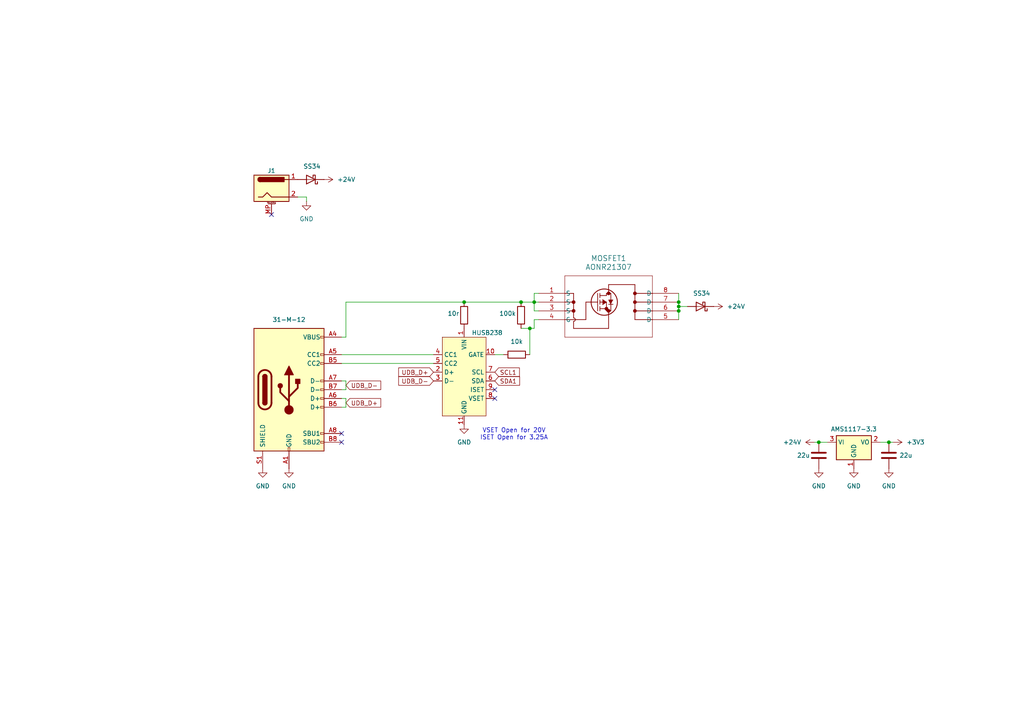
<source format=kicad_sch>
(kicad_sch (version 20231120) (generator "eeschema") (generator_version "8.0")
  (paper "A4")
  (lib_symbols
    (symbol "2024-03-28_00-32-34:AONR21307" (pin_names (offset 0.254))
      (property "Reference" "MOSFET" (at 20.32 10.16 0))
      (property "Value" "AONR21307" (at 20.32 7.62 0))
      (symbol "AONR21307_0_1"
        (polyline (pts (xy 7.62 -12.7) (xy 33.02 -12.7)) (stroke (width 0.127)))
        (polyline (pts (xy 7.62 -7.62) (xy 13.716 -7.62)) (stroke (width 0.2032)))
        (polyline (pts (xy 7.62 5.08) (xy 7.62 -12.7)) (stroke (width 0.127)))
        (polyline (pts (xy 10.16 -10.16) (xy 10.16 -8.128)) (stroke (width 0.2032)))
        (polyline (pts (xy 10.16 -7.112) (xy 10.16 0)) (stroke (width 0.2032)))
        (polyline (pts (xy 10.16 -5.08) (xy 7.62 -5.08)) (stroke (width 0.2032)))
        (polyline (pts (xy 10.16 -2.54) (xy 7.62 -2.54)) (stroke (width 0.2032)))
        (polyline (pts (xy 10.16 0) (xy 7.62 0)) (stroke (width 0.2032)))
        (polyline (pts (xy 13.716 -7.62) (xy 13.716 -2.54)) (stroke (width 0.2032)))
        (polyline (pts (xy 13.716 -2.54) (xy 17.145 -2.54)) (stroke (width 0.2032)))
        (polyline (pts (xy 17.145 -5.08) (xy 17.145 0)) (stroke (width 0.2032)))
        (polyline (pts (xy 17.78 -5.08) (xy 17.78 -3.81)) (stroke (width 0.2032)))
        (polyline (pts (xy 17.78 -4.445) (xy 19.685 -4.445)) (stroke (width 0.2032)))
        (polyline (pts (xy 17.78 -3.175) (xy 17.78 -1.905)) (stroke (width 0.2032)))
        (polyline (pts (xy 17.78 -2.54) (xy 19.685 -2.54)) (stroke (width 0.2032)))
        (polyline (pts (xy 17.78 -1.27) (xy 17.78 0)) (stroke (width 0.2032)))
        (polyline (pts (xy 17.78 -0.635) (xy 19.685 -0.635)) (stroke (width 0.2032)))
        (polyline (pts (xy 19.685 -5.08) (xy 19.685 -2.54)) (stroke (width 0.2032)))
        (polyline (pts (xy 19.685 -5.08) (xy 20.955 -5.08)) (stroke (width 0.2032)))
        (polyline (pts (xy 19.685 -0.635) (xy 19.685 0)) (stroke (width 0.2032)))
        (polyline (pts (xy 19.685 0) (xy 20.955 0)) (stroke (width 0.2032)))
        (polyline (pts (xy 20.32 -10.16) (xy 10.16 -10.16)) (stroke (width 0.2032)))
        (polyline (pts (xy 20.32 -10.16) (xy 20.32 -5.08)) (stroke (width 0.2032)))
        (polyline (pts (xy 20.32 0) (xy 20.32 2.54)) (stroke (width 0.2032)))
        (polyline (pts (xy 20.955 -5.08) (xy 20.955 -3.175)) (stroke (width 0.2032)))
        (polyline (pts (xy 20.955 -1.905) (xy 20.955 0)) (stroke (width 0.2032)))
        (polyline (pts (xy 21.59 -3.175) (xy 20.32 -3.175)) (stroke (width 0.2032)))
        (polyline (pts (xy 27.94 -7.62) (xy 27.94 2.54)) (stroke (width 0.2032)))
        (polyline (pts (xy 27.94 -7.62) (xy 33.02 -7.62)) (stroke (width 0.2032)))
        (polyline (pts (xy 27.94 -5.08) (xy 33.02 -5.08)) (stroke (width 0.2032)))
        (polyline (pts (xy 27.94 -2.54) (xy 33.02 -2.54)) (stroke (width 0.2032)))
        (polyline (pts (xy 27.94 0) (xy 33.02 0)) (stroke (width 0.2032)))
        (polyline (pts (xy 27.94 2.54) (xy 20.32 2.54)) (stroke (width 0.2032)))
        (polyline (pts (xy 33.02 -12.7) (xy 33.02 5.08)) (stroke (width 0.127)))
        (polyline (pts (xy 33.02 5.08) (xy 7.62 5.08)) (stroke (width 0.127)))
        (polyline (pts (xy 18.542 -1.778) (xy 19.685 -2.54) (xy 18.542 -3.302)) (fill (type outline)))
        (polyline (pts (xy 21.59 -1.905) (xy 20.32 -1.905) (xy 20.955 -3.175)) (fill (type outline)))
        (arc (start 10.16 -8.128) (mid 10.6657 -7.62) (end 10.16 -7.112) (stroke (width 0.2032)))
        (circle (center 10.16 -5.08) (radius 0.0254) (stroke (width 0.508)))
        (circle (center 10.16 -2.54) (radius 0.0254) (stroke (width 0.508)))
        (circle (center 19.05 -2.54) (radius 3.81) (stroke (width 0.254)))
        (circle (center 19.685 -4.445) (radius 0.0254) (stroke (width 0.508)))
        (circle (center 20.32 -5.08) (radius 0.0254) (stroke (width 0.508)))
        (circle (center 20.32 0) (radius 0.0254) (stroke (width 0.508)))
        (circle (center 27.94 -5.08) (radius 0.0254) (stroke (width 0.508)))
        (circle (center 27.94 -2.54) (radius 0.0254) (stroke (width 0.508)))
        (circle (center 27.94 0) (radius 0.0254) (stroke (width 0.508)))
        (pin unspecified line (at 0 0 0) (length 7.62) (name "S") (number "1"))
        (pin unspecified line (at 0 -2.54 0) (length 7.62) (name "S") (number "2"))
        (pin unspecified line (at 0 -5.08 0) (length 7.62) (name "S") (number "3"))
        (pin unspecified line (at 0 -7.62 0) (length 7.62) (name "G") (number "4"))
        (pin unspecified line (at 40.64 -7.62 180) (length 7.62) (name "D") (number "5"))
        (pin unspecified line (at 40.64 -5.08 180) (length 7.62) (name "D") (number "6"))
        (pin unspecified line (at 40.64 -2.54 180) (length 7.62) (name "D") (number "7"))
        (pin unspecified line (at 40.64 0 180) (length 7.62) (name "D") (number "8"))
      )
    )
    (symbol "Connector:Barrel_Jack_MountingPin" (pin_names hide)
      (property "Reference" "J" (at 0 5.334 0))
      (property "Value" "Barrel_Jack_MountingPin" (at 1.27 -6.35 0))
      (symbol "Barrel_Jack_MountingPin_0_1"
        (rectangle (start -5.08 3.81) (end 5.08 -3.81) (stroke (width 0.254)) (fill (type background)))
        (arc (start -3.302 3.175) (mid -3.9343 2.54) (end -3.302 1.905) (stroke (width 0.254)))
        (arc (start -3.302 3.175) (mid -3.9343 2.54) (end -3.302 1.905) (stroke (width 0.254)) (fill (type outline)))
        (polyline (pts (xy 5.08 2.54) (xy 3.81 2.54)) (stroke (width 0.254)))
        (polyline (pts (xy -3.81 -2.54) (xy -2.54 -2.54) (xy -1.27 -1.27) (xy 0 -2.54) (xy 2.54 -2.54) (xy 5.08 -2.54)) (stroke (width 0.254)))
        (rectangle (start 3.683 3.175) (end -3.302 1.905) (stroke (width 0.254)) (fill (type outline)))
      )
      (symbol "Barrel_Jack_MountingPin_1_1"
        (polyline (pts (xy -1.016 -4.572) (xy 1.016 -4.572)) (stroke (width 0.1524)))
        (text "Mounting" (at 0 -4.191 0) (effects (font (size 0.381 0.381))))
        (pin passive line (at 7.62 2.54 180) (length 2.54) (name "~") (number "1"))
        (pin passive line (at 7.62 -2.54 180) (length 2.54) (name "~") (number "2"))
        (pin passive line (at 0 -7.62 90) (length 3.048) (name "MountPin") (number "MP"))
      )
    )
    (symbol "Connector:USB_C_Receptacle_USB2.0_16P" (pin_names (offset 1.016))
      (property "Reference" "J" (at 0 22.225 0))
      (property "Value" "USB_C_Receptacle_USB2.0_16P" (at 0 19.685 0))
      (symbol "USB_C_Receptacle_USB2.0_16P_0_0"
        (rectangle (start -0.254 -17.78) (end 0.254 -16.764))
        (rectangle (start 10.16 -14.986) (end 9.144 -15.494))
        (rectangle (start 10.16 -12.446) (end 9.144 -12.954))
        (rectangle (start 10.16 -4.826) (end 9.144 -5.334))
        (rectangle (start 10.16 -2.286) (end 9.144 -2.794))
        (rectangle (start 10.16 0.254) (end 9.144 -0.254))
        (rectangle (start 10.16 2.794) (end 9.144 2.286))
        (rectangle (start 10.16 7.874) (end 9.144 7.366))
        (rectangle (start 10.16 10.414) (end 9.144 9.906))
        (rectangle (start 10.16 15.494) (end 9.144 14.986))
      )
      (symbol "USB_C_Receptacle_USB2.0_16P_0_1"
        (rectangle (start -10.16 17.78) (end 10.16 -17.78) (stroke (width 0.254)) (fill (type background)))
        (arc (start -8.89 -3.81) (mid -6.985 -5.7067) (end -5.08 -3.81) (stroke (width 0.508)))
        (arc (start -7.62 -3.81) (mid -6.985 -4.4423) (end -6.35 -3.81) (stroke (width 0.254)))
        (arc (start -7.62 -3.81) (mid -6.985 -4.4423) (end -6.35 -3.81) (stroke (width 0.254)) (fill (type outline)))
        (rectangle (start -7.62 -3.81) (end -6.35 3.81) (stroke (width 0.254)) (fill (type outline)))
        (arc (start -6.35 3.81) (mid -6.985 4.4423) (end -7.62 3.81) (stroke (width 0.254)))
        (arc (start -6.35 3.81) (mid -6.985 4.4423) (end -7.62 3.81) (stroke (width 0.254)) (fill (type outline)))
        (arc (start -5.08 3.81) (mid -6.985 5.7067) (end -8.89 3.81) (stroke (width 0.508)))
        (circle (center -2.54 1.143) (radius 0.635) (stroke (width 0.254)) (fill (type outline)))
        (circle (center 0 -5.842) (radius 1.27) (fill (type outline)))
        (polyline (pts (xy -8.89 -3.81) (xy -8.89 3.81)) (stroke (width 0.508)))
        (polyline (pts (xy -5.08 3.81) (xy -5.08 -3.81)) (stroke (width 0.508)))
        (polyline (pts (xy 0 -5.842) (xy 0 4.318)) (stroke (width 0.508)))
        (polyline (pts (xy 0 -3.302) (xy -2.54 -0.762) (xy -2.54 0.508)) (stroke (width 0.508)))
        (polyline (pts (xy 0 -2.032) (xy 2.54 0.508) (xy 2.54 1.778)) (stroke (width 0.508)))
        (polyline (pts (xy -1.27 4.318) (xy 0 6.858) (xy 1.27 4.318) (xy -1.27 4.318)) (stroke (width 0.254)) (fill (type outline)))
        (rectangle (start 1.905 1.778) (end 3.175 3.048) (stroke (width 0.254)) (fill (type outline)))
      )
      (symbol "USB_C_Receptacle_USB2.0_16P_1_1"
        (pin passive line (at 0 -22.86 90) (length 5.08) (name "GND") (number "A1"))
        (pin passive line (at 0 -22.86 90) (length 5.08) hide (name "GND") (number "A12"))
        (pin passive line (at 15.24 15.24 180) (length 5.08) (name "VBUS") (number "A4"))
        (pin bidirectional line (at 15.24 10.16 180) (length 5.08) (name "CC1") (number "A5"))
        (pin bidirectional line (at 15.24 -2.54 180) (length 5.08) (name "D+") (number "A6"))
        (pin bidirectional line (at 15.24 2.54 180) (length 5.08) (name "D-") (number "A7"))
        (pin bidirectional line (at 15.24 -12.7 180) (length 5.08) (name "SBU1") (number "A8"))
        (pin passive line (at 15.24 15.24 180) (length 5.08) hide (name "VBUS") (number "A9"))
        (pin passive line (at 0 -22.86 90) (length 5.08) hide (name "GND") (number "B1"))
        (pin passive line (at 0 -22.86 90) (length 5.08) hide (name "GND") (number "B12"))
        (pin passive line (at 15.24 15.24 180) (length 5.08) hide (name "VBUS") (number "B4"))
        (pin bidirectional line (at 15.24 7.62 180) (length 5.08) (name "CC2") (number "B5"))
        (pin bidirectional line (at 15.24 -5.08 180) (length 5.08) (name "D+") (number "B6"))
        (pin bidirectional line (at 15.24 0 180) (length 5.08) (name "D-") (number "B7"))
        (pin bidirectional line (at 15.24 -15.24 180) (length 5.08) (name "SBU2") (number "B8"))
        (pin passive line (at 15.24 15.24 180) (length 5.08) hide (name "VBUS") (number "B9"))
        (pin passive line (at -7.62 -22.86 90) (length 5.08) (name "SHIELD") (number "S1"))
      )
    )
    (symbol "Device:C" (pin_numbers hide) (pin_names (offset 0.254))
      (property "Reference" "C" (at 0.635 2.54 0))
      (property "Value" "C" (at 0.635 -2.54 0))
      (symbol "C_0_1"
        (polyline (pts (xy -2.032 -0.762) (xy 2.032 -0.762)) (stroke (width 0.508)))
        (polyline (pts (xy -2.032 0.762) (xy 2.032 0.762)) (stroke (width 0.508)))
      )
      (symbol "C_1_1"
        (pin passive line (at 0 3.81 270) (length 2.794) (name "~") (number "1"))
        (pin passive line (at 0 -3.81 90) (length 2.794) (name "~") (number "2"))
      )
    )
    (symbol "Device:D_Schottky" (pin_numbers hide) (pin_names (offset 1.016) hide)
      (property "Reference" "D" (at 0 2.54 0))
      (property "Value" "D_Schottky" (at 0 -2.54 0))
      (symbol "D_Schottky_0_1"
        (polyline (pts (xy 1.27 0) (xy -1.27 0)))
        (polyline (pts (xy 1.27 1.27) (xy 1.27 -1.27) (xy -1.27 0) (xy 1.27 1.27)) (stroke (width 0.254)))
        (polyline (pts (xy -1.905 0.635) (xy -1.905 1.27) (xy -1.27 1.27) (xy -1.27 -1.27) (xy -0.635 -1.27) (xy -0.635 -0.635)) (stroke (width 0.254)))
      )
      (symbol "D_Schottky_1_1"
        (pin passive line (at -3.81 0 0) (length 2.54) (name "K") (number "1"))
        (pin passive line (at 3.81 0 180) (length 2.54) (name "A") (number "2"))
      )
    )
    (symbol "Device:R" (pin_numbers hide) (pin_names (offset 0))
      (property "Reference" "R" (at 2.032 0 90))
      (property "Value" "R" (at 0 0 90))
      (symbol "R_0_1"
        (rectangle (start -1.016 -2.54) (end 1.016 2.54) (stroke (width 0.254)))
      )
      (symbol "R_1_1"
        (pin passive line (at 0 3.81 270) (length 1.27) (name "~") (number "1"))
        (pin passive line (at 0 -3.81 90) (length 1.27) (name "~") (number "2"))
      )
    )
    (symbol "Regulator_Linear:AMS1117-3.3"
      (property "Reference" "U" (at -3.81 3.175 0))
      (property "Value" "AMS1117-3.3" (at 0 3.175 0))
      (symbol "AMS1117-3.3_0_1"
        (rectangle (start -5.08 -5.08) (end 5.08 1.905) (stroke (width 0.254)) (fill (type background)))
      )
      (symbol "AMS1117-3.3_1_1"
        (pin power_in line (at 0 -7.62 90) (length 2.54) (name "GND") (number "1"))
        (pin power_out line (at 7.62 0 180) (length 2.54) (name "VO") (number "2"))
        (pin power_in line (at -7.62 0 0) (length 2.54) (name "VI") (number "3"))
      )
    )
    (symbol "USB_Controller:HUSB238"
      (property "Reference" "U" (at 3.81 10.16 0))
      (symbol "HUSB238_1_1"
        (rectangle (start -6.35 8.89) (end 6.35 -13.97) (fill (type background)))
        (pin input line (at 0 11.43 270) (length 2.54) (name "VIN") (number "1"))
        (pin input line (at 8.89 3.81 180) (length 2.54) (name "GATE") (number "10"))
        (pin input line (at 0 -16.51 90) (length 2.54) (name "GND") (number "11"))
        (pin input line (at -8.89 -1.27 0) (length 2.54) (name "D+") (number "2"))
        (pin input line (at -8.89 -3.81 0) (length 2.54) (name "D-") (number "3"))
        (pin input line (at -8.89 3.81 0) (length 2.54) (name "CC1") (number "4"))
        (pin input line (at -8.89 1.27 0) (length 2.54) (name "CC2") (number "5"))
        (pin input line (at 8.89 -3.81 180) (length 2.54) (name "SDA") (number "6"))
        (pin input line (at 8.89 -1.27 180) (length 2.54) (name "SCL") (number "7"))
        (pin input line (at 8.89 -8.89 180) (length 2.54) (name "VSET") (number "8"))
        (pin input line (at 8.89 -6.35 180) (length 2.54) (name "ISET") (number "9"))
      )
    )
    (symbol "power:+24V" (power) (pin_numbers hide) (pin_names (offset 0) hide)
      (property "Value" "+24V" (at 0 3.556 0))
      (symbol "+24V_0_1"
        (polyline (pts (xy -0.762 1.27) (xy 0 2.54)))
        (polyline (pts (xy 0 0) (xy 0 2.54)))
        (polyline (pts (xy 0 2.54) (xy 0.762 1.27)))
      )
      (symbol "+24V_1_1"
        (pin power_in line (at 0 0 90) (length 0) (name "~") (number "1"))
      )
    )
    (symbol "power:+3V3" (power) (pin_numbers hide) (pin_names (offset 0) hide)
      (property "Value" "+3V3" (at 0 3.556 0))
      (symbol "+3V3_0_1"
        (polyline (pts (xy -0.762 1.27) (xy 0 2.54)))
        (polyline (pts (xy 0 0) (xy 0 2.54)))
        (polyline (pts (xy 0 2.54) (xy 0.762 1.27)))
      )
      (symbol "+3V3_1_1"
        (pin power_in line (at 0 0 90) (length 0) (name "~") (number "1"))
      )
    )
    (symbol "power:GND" (power) (pin_numbers hide) (pin_names (offset 0) hide)
      (property "Value" "GND" (at 0 -3.81 0))
      (symbol "GND_0_1"
        (polyline (pts (xy 0 0) (xy 0 -1.27) (xy 1.27 -1.27) (xy 0 -2.54) (xy -1.27 -1.27) (xy 0 -1.27)))
      )
      (symbol "GND_1_1"
        (pin power_in line (at 0 0 270) (length 0) (name "~") (number "1"))
      )
    )
  )
  (junction (at 237.49 128.27))
  (junction (at 196.85 87.63))
  (junction (at 153.67 95.25))
  (junction (at 154.94 87.63))
  (junction (at 151.13 87.63))
  (junction (at 134.62 87.63))
  (junction (at 257.81 128.27))
  (junction (at 196.85 90.17))
  (junction (at 196.85 88.9))
  (no_connect (at 143.51 115.57))
  (no_connect (at 99.06 125.73))
  (no_connect (at 143.51 113.03))
  (no_connect (at 78.74 62.23))
  (no_connect (at 99.06 128.27))
  (wire (pts (xy 151.13 95.25) (xy 153.67 95.25)))
  (wire (pts (xy 88.9 57.15) (xy 88.9 58.42)))
  (wire (pts (xy 154.94 95.25) (xy 154.94 92.71)))
  (wire (pts (xy 143.51 102.87) (xy 146.05 102.87)))
  (wire (pts (xy 153.67 102.87) (xy 153.67 95.25)))
  (wire (pts (xy 156.21 87.63) (xy 154.94 87.63)))
  (wire (pts (xy 100.33 110.49) (xy 100.33 113.03)))
  (wire (pts (xy 100.33 87.63) (xy 100.33 97.79)))
  (wire (pts (xy 151.13 87.63) (xy 154.94 87.63)))
  (wire (pts (xy 196.85 88.9) (xy 199.39 88.9)))
  (wire (pts (xy 196.85 88.9) (xy 196.85 90.17)))
  (wire (pts (xy 156.21 85.09) (xy 154.94 85.09)))
  (wire (pts (xy 99.06 110.49) (xy 100.33 110.49)))
  (wire (pts (xy 154.94 92.71) (xy 156.21 92.71)))
  (wire (pts (xy 154.94 90.17) (xy 156.21 90.17)))
  (wire (pts (xy 99.06 118.11) (xy 100.33 118.11)))
  (wire (pts (xy 257.81 128.27) (xy 259.08 128.27)))
  (wire (pts (xy 154.94 87.63) (xy 154.94 90.17)))
  (wire (pts (xy 99.06 97.79) (xy 100.33 97.79)))
  (wire (pts (xy 99.06 102.87) (xy 125.73 102.87)))
  (wire (pts (xy 196.85 85.09) (xy 196.85 87.63)))
  (wire (pts (xy 134.62 87.63) (xy 151.13 87.63)))
  (wire (pts (xy 196.85 90.17) (xy 196.85 92.71)))
  (wire (pts (xy 99.06 115.57) (xy 100.33 115.57)))
  (wire (pts (xy 134.62 87.63) (xy 100.33 87.63)))
  (wire (pts (xy 86.36 57.15) (xy 88.9 57.15)))
  (wire (pts (xy 100.33 115.57) (xy 100.33 118.11)))
  (wire (pts (xy 255.27 128.27) (xy 257.81 128.27)))
  (wire (pts (xy 154.94 85.09) (xy 154.94 87.63)))
  (wire (pts (xy 237.49 128.27) (xy 240.03 128.27)))
  (wire (pts (xy 196.85 87.63) (xy 196.85 88.9)))
  (wire (pts (xy 99.06 105.41) (xy 125.73 105.41)))
  (wire (pts (xy 99.06 113.03) (xy 100.33 113.03)))
  (wire (pts (xy 236.22 128.27) (xy 237.49 128.27)))
  (wire (pts (xy 153.67 95.25) (xy 154.94 95.25)))
  (text "VSET Open for 20V\nISET Open for 3.25A" (at 149.098 125.984 0) (effects (font (size 1.27 1.27))))
  (global_label "SDA1" (shape input) (at 143.51 110.49 0) (property "Intersheetrefs" "${INTERSHEET_REFS}" (effects (hide yes))))
  (global_label "UDB_D-" (shape input) (at 100.33 111.76 0) (property "Intersheetrefs" "${INTERSHEET_REFS}" (effects (hide yes))))
  (global_label "UDB_D+" (shape input) (at 100.33 116.84 0) (property "Intersheetrefs" "${INTERSHEET_REFS}" (effects (hide yes))))
  (global_label "UDB_D-" (shape input) (at 125.73 110.49 180) (property "Intersheetrefs" "${INTERSHEET_REFS}" (effects (hide yes))))
  (global_label "SCL1" (shape input) (at 143.51 107.95 0) (property "Intersheetrefs" "${INTERSHEET_REFS}" (effects (hide yes))))
  (global_label "UDB_D+" (shape input) (at 125.73 107.95 180) (property "Intersheetrefs" "${INTERSHEET_REFS}" (effects (hide yes))))
  (symbol (lib_id "power:GND") (at 83.82 135.89 0) (unit 1)
    (property "Reference" "#PWR06" (effects (hide yes)))
    (property "Value" "GND" (at 83.82 140.97 0))
    (property "Description" "Power symbol creates a global label with name \"GND\" , ground" (effects (hide yes)))
  )
  (symbol (lib_id "Device:R") (at 134.62 91.44 0) (unit 1)
    (property "Reference" "R3" (effects (hide yes)))
    (property "Value" "10r" (at 129.794 90.932 0) (effects (justify left)))
    (property "Footprint" "Resistor_SMD:R_0402_1005Metric" (effects (hide yes)))
    (property "Description" "Resistor" (effects (hide yes)))
  )
  (symbol (lib_id "Device:R") (at 149.86 102.87 90) (unit 1)
    (property "Reference" "R1" (effects (hide yes)))
    (property "Value" "10k" (at 149.86 99.06 90))
    (property "Footprint" "Resistor_SMD:R_0402_1005Metric" (effects (hide yes)))
    (property "Description" "Resistor" (effects (hide yes)))
  )
  (symbol (lib_id "power:GND") (at 247.65 135.89 0) (unit 1)
    (property "Reference" "#PWR010" (effects (hide yes)))
    (property "Value" "GND" (at 247.65 140.97 0))
    (property "Description" "Power symbol creates a global label with name \"GND\" , ground" (effects (hide yes)))
  )
  (symbol (lib_id "power:+24V") (at 207.01 88.9 270) (unit 1)
    (property "Reference" "#PWR03" (effects (hide yes)))
    (property "Value" "+24V" (at 210.82 88.8999 90) (effects (justify left)))
    (property "Description" "Power symbol creates a global label with name \"+24V\"" (effects (hide yes)))
  )
  (symbol (lib_id "2024-03-28_00-32-34:AONR21307") (at 156.21 85.09 0) (unit 1)
    (property "Reference" "MOSFET1" (at 176.53 74.93 0) (effects (font (size 1.524 1.524))))
    (property "Value" "AONR21307" (at 176.53 77.47 0) (effects (font (size 1.524 1.524))))
    (property "Footprint" "DFN8_3x3_EP_AOS" (effects (hide yes)))
    (property "Datasheet" "AONR21307" (effects (hide yes)))
  )
  (symbol (lib_id "Device:R") (at 151.13 91.44 0) (unit 1)
    (property "Reference" "R2" (effects (hide yes)))
    (property "Value" "100k" (at 144.78 90.932 0) (effects (justify left)))
    (property "Footprint" "Resistor_SMD:R_0402_1005Metric" (effects (hide yes)))
    (property "Description" "Resistor" (effects (hide yes)))
  )
  (symbol (lib_id "Device:D_Schottky") (at 203.2 88.9 180) (unit 1)
    (property "Reference" "D2" (effects (hide yes)))
    (property "Value" "SS34" (at 203.5175 85.09 0))
    (property "Footprint" "Diode_SMD:D_SMA" (effects (hide yes)))
    (property "Description" "Schottky diode" (effects (hide yes)))
  )
  (symbol (lib_id "Device:C") (at 257.81 132.08 0) (unit 1)
    (property "Reference" "C2" (effects (hide yes)))
    (property "Value" "22u" (at 260.858 132.08 0) (effects (justify left)))
    (property "Footprint" "Capacitor_SMD:C_0805_2012Metric" (effects (hide yes)))
    (property "Description" "Unpolarized capacitor" (effects (hide yes)))
  )
  (symbol (lib_id "Regulator_Linear:AMS1117-3.3") (at 247.65 128.27 0) (unit 1)
    (property "Reference" "U2" (effects (hide yes)))
    (property "Value" "AMS1117-3.3" (at 247.65 124.46 0))
    (property "Footprint" "Package_TO_SOT_SMD:SOT-223-3_TabPin2" (effects (hide yes)))
    (property "Datasheet" "http://www.advanced-monolithic.com/pdf/ds1117.pdf" (effects (hide yes)))
    (property "Description" "1A Low Dropout regulator, positive, 3.3V fixed output, SOT-223" (effects (hide yes)))
  )
  (symbol (lib_id "power:GND") (at 76.2 135.89 0) (unit 1)
    (property "Reference" "#PWR05" (effects (hide yes)))
    (property "Value" "GND" (at 76.2 140.97 0))
    (property "Description" "Power symbol creates a global label with name \"GND\" , ground" (effects (hide yes)))
  )
  (symbol (lib_id "USB_Controller:HUSB238") (at 134.62 106.68 0) (unit 1)
    (property "Reference" "U1" (effects (hide yes)))
    (property "Value" "HUSB238" (at 136.8141 96.52 0) (effects (justify left)))
    (property "Footprint" "Package_DFN_QFN:DFN-10-1EP_3x3mm_P0.5mm_EP1.7x2.5mm" (effects (hide yes)))
  )
  (symbol (lib_id "power:GND") (at 134.62 123.19 0) (unit 1)
    (property "Reference" "#PWR04" (effects (hide yes)))
    (property "Value" "GND" (at 134.62 128.27 0))
    (property "Description" "Power symbol creates a global label with name \"GND\" , ground" (effects (hide yes)))
  )
  (symbol (lib_id "Connector:USB_C_Receptacle_USB2.0_16P") (at 83.82 113.03 0) (unit 1)
    (property "Reference" "J2" (effects (hide yes)))
    (property "Value" "31-M-12" (at 83.82 92.71 0))
    (property "Footprint" "Connector_USB:USB_C_Receptacle_HRO_TYPE-C-31-M-12" (effects (hide yes)))
    (property "Datasheet" "https://www.usb.org/sites/default/files/documents/usb_type-c.zip" (effects (hide yes)))
    (property "Description" "USB 2.0-only 16P Type-C Receptacle connector" (effects (hide yes)))
  )
  (symbol (lib_id "Connector:Barrel_Jack_MountingPin") (at 78.74 54.61 0) (unit 1)
    (property "Reference" "J1" (at 78.74 49.53 0))
    (property "Value" "Barrel_Jack_MountingPin" (effects (hide yes)))
    (property "Footprint" "footprints:DC Barrel" (effects (hide yes)))
    (property "Description" "DC Barrel Jack with a mounting pin" (effects (hide yes)))
  )
  (symbol (lib_id "power:GND") (at 257.81 135.89 0) (unit 1)
    (property "Reference" "#PWR011" (effects (hide yes)))
    (property "Value" "GND" (at 257.81 140.97 0))
    (property "Description" "Power symbol creates a global label with name \"GND\" , ground" (effects (hide yes)))
  )
  (symbol (lib_id "power:+24V") (at 236.22 128.27 90) (unit 1)
    (property "Reference" "#PWR07" (effects (hide yes)))
    (property "Value" "+24V" (at 232.41 128.2699 90) (effects (justify left)))
    (property "Description" "Power symbol creates a global label with name \"+24V\"" (effects (hide yes)))
  )
  (symbol (lib_id "power:GND") (at 88.9 58.42 0) (unit 1)
    (property "Reference" "#PWR02" (effects (hide yes)))
    (property "Value" "GND" (at 88.9 63.5 0))
    (property "Description" "Power symbol creates a global label with name \"GND\" , ground" (effects (hide yes)))
  )
  (symbol (lib_id "power:GND") (at 237.49 135.89 0) (unit 1)
    (property "Reference" "#PWR09" (effects (hide yes)))
    (property "Value" "GND" (at 237.49 140.97 0))
    (property "Description" "Power symbol creates a global label with name \"GND\" , ground" (effects (hide yes)))
  )
  (symbol (lib_id "power:+24V") (at 93.98 52.07 270) (unit 1)
    (property "Reference" "#PWR01" (effects (hide yes)))
    (property "Value" "+24V" (at 97.79 52.0699 90) (effects (justify left)))
    (property "Description" "Power symbol creates a global label with name \"+24V\"" (effects (hide yes)))
  )
  (symbol (lib_id "Device:C") (at 237.49 132.08 0) (unit 1)
    (property "Reference" "C1" (effects (hide yes)))
    (property "Value" "22u" (at 231.14 132.08 0) (effects (justify left)))
    (property "Footprint" "Capacitor_SMD:C_0805_2012Metric" (effects (hide yes)))
    (property "Description" "Unpolarized capacitor" (effects (hide yes)))
  )
  (symbol (lib_id "power:+3V3") (at 259.08 128.27 270) (unit 1)
    (property "Reference" "#PWR08" (effects (hide yes)))
    (property "Value" "+3V3" (at 262.89 128.2699 90) (effects (justify left)))
    (property "Description" "Power symbol creates a global label with name \"+3V3\"" (effects (hide yes)))
  )
  (symbol (lib_id "Device:D_Schottky") (at 90.17 52.07 180) (unit 1)
    (property "Reference" "D1" (effects (hide yes)))
    (property "Value" "SS34" (at 90.4875 48.26 0))
    (property "Footprint" "Diode_SMD:D_SMA" (effects (hide yes)))
    (property "Description" "Schottky diode" (effects (hide yes)))
  )
)
</source>
